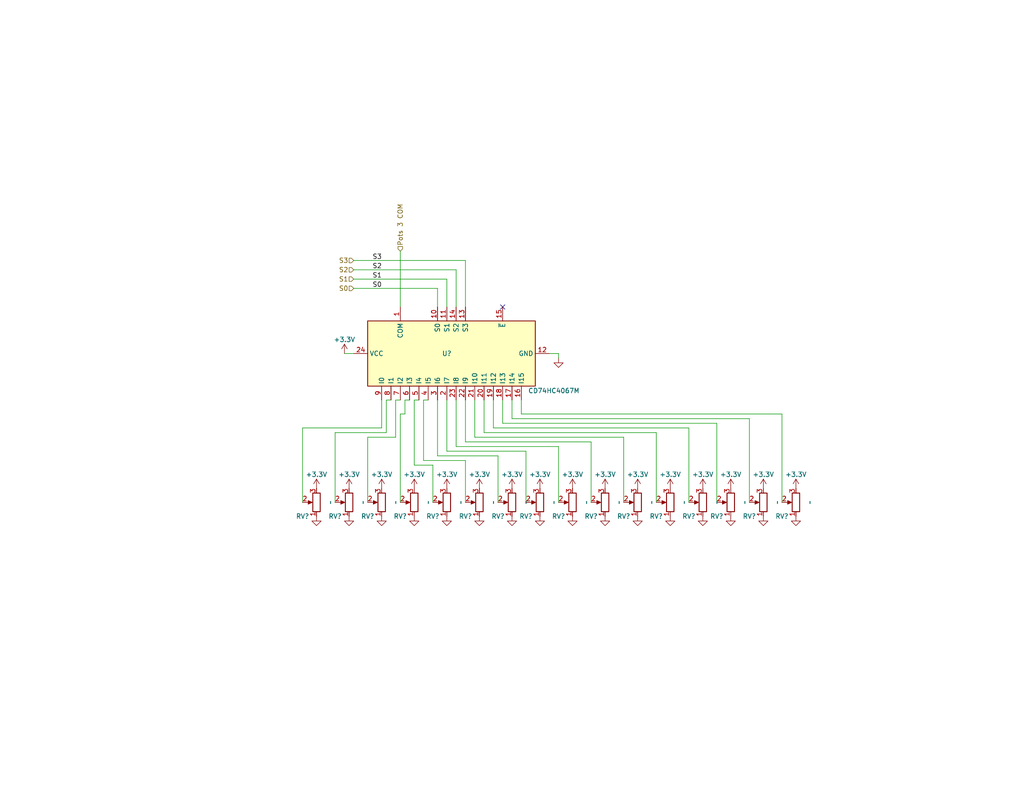
<source format=kicad_sch>
(kicad_sch (version 20230121) (generator eeschema)
  (paper "USLetter")
  (lib_symbols
    (symbol "74xx:CD74HC4067M"
      (property "Reference" "U" (at -8.89 22.86 0))
      (property "Value" "CD74HC4067M" (at 1.27 22.86 0))
      (symbol "CD74HC4067M_0_1"
        (rectangle (start -8.89 21.59) (end 8.89 -24.13) (stroke (width 0.254)) (fill (type background)))
      )
      (symbol "CD74HC4067M_1_1"
        (pin passive line (at -12.7 12.7 0) (length 3.81) (name "COM") (number "1"))
        (pin input line (at -12.7 2.54 0) (length 3.81) (name "S0") (number "10"))
        (pin input line (at -12.7 0 0) (length 3.81) (name "S1") (number "11"))
        (pin power_in line (at 0 -27.94 90) (length 3.81) (name "GND") (number "12"))
        (pin input line (at -12.7 -5.08 0) (length 3.81) (name "S3") (number "13"))
        (pin input line (at -12.7 -2.54 0) (length 3.81) (name "S2") (number "14"))
        (pin input line (at -12.7 -15.24 0) (length 3.81) (name "~{E}") (number "15"))
        (pin passive line (at 12.7 -20.32 180) (length 3.81) (name "I15") (number "16"))
        (pin passive line (at 12.7 -17.78 180) (length 3.81) (name "I14") (number "17"))
        (pin passive line (at 12.7 -15.24 180) (length 3.81) (name "I13") (number "18"))
        (pin passive line (at 12.7 -12.7 180) (length 3.81) (name "I12") (number "19"))
        (pin passive line (at 12.7 0 180) (length 3.81) (name "I7") (number "2"))
        (pin passive line (at 12.7 -10.16 180) (length 3.81) (name "I11") (number "20"))
        (pin passive line (at 12.7 -7.62 180) (length 3.81) (name "I10") (number "21"))
        (pin passive line (at 12.7 -5.08 180) (length 3.81) (name "I9") (number "22"))
        (pin passive line (at 12.7 -2.54 180) (length 3.81) (name "I8") (number "23"))
        (pin power_in line (at 0 25.4 270) (length 3.81) (name "VCC") (number "24"))
        (pin passive line (at 12.7 2.54 180) (length 3.81) (name "I6") (number "3"))
        (pin passive line (at 12.7 5.08 180) (length 3.81) (name "I5") (number "4"))
        (pin passive line (at 12.7 7.62 180) (length 3.81) (name "I4") (number "5"))
        (pin passive line (at 12.7 10.16 180) (length 3.81) (name "I3") (number "6"))
        (pin passive line (at 12.7 12.7 180) (length 3.81) (name "I2") (number "7"))
        (pin passive line (at 12.7 15.24 180) (length 3.81) (name "I1") (number "8"))
        (pin passive line (at 12.7 17.78 180) (length 3.81) (name "I0") (number "9"))
      )
    )
    (symbol "Device:R_Potentiometer" (pin_names (offset 1.016) hide)
      (property "Reference" "RV" (at -4.445 0 90))
      (property "Value" "R_Potentiometer" (at -2.54 0 90))
      (symbol "R_Potentiometer_0_1"
        (polyline (pts (xy 2.54 0) (xy 1.524 0)))
        (polyline (pts (xy 1.143 0) (xy 2.286 0.508) (xy 2.286 -0.508) (xy 1.143 0)) (fill (type outline)))
        (rectangle (start 1.016 2.54) (end -1.016 -2.54) (stroke (width 0.254)))
      )
      (symbol "R_Potentiometer_1_1"
        (pin passive line (at 0 3.81 270) (length 1.27) (name "1") (number "1"))
        (pin passive line (at 3.81 0 180) (length 1.27) (name "2") (number "2"))
        (pin passive line (at 0 -3.81 90) (length 1.27) (name "3") (number "3"))
      )
    )
    (symbol "power:+3.3V" (power) (pin_names (offset 0))
      (property "Value" "+3.3V" (at 0 3.556 0))
      (symbol "+3.3V_0_1"
        (polyline (pts (xy -0.762 1.27) (xy 0 2.54)))
        (polyline (pts (xy 0 0) (xy 0 2.54)))
        (polyline (pts (xy 0 2.54) (xy 0.762 1.27)))
      )
      (symbol "+3.3V_1_1"
        (pin power_in line (at 0 0 90) (length 0) hide (name "+3.3V") (number "1"))
      )
    )
    (symbol "power:GND" (power) (pin_names (offset 0))
      (property "Value" "GND" (at 0 -3.81 0))
      (symbol "GND_0_1"
        (polyline (pts (xy 0 0) (xy 0 -1.27) (xy 1.27 -1.27) (xy 0 -2.54) (xy -1.27 -1.27) (xy 0 -1.27)))
      )
      (symbol "GND_1_1"
        (pin power_in line (at 0 0 270) (length 0) hide (name "GND") (number "1"))
      )
    )
  )
  (no_connect (at 137.16 83.82))
  (wire (pts (xy 119.38 78.74) (xy 96.52 78.74)))
  (wire (pts (xy 82.55 116.84) (xy 82.55 137.16)))
  (wire (pts (xy 213.36 113.03) (xy 213.36 137.16)))
  (wire (pts (xy 118.11 137.16) (xy 118.11 127)))
  (wire (pts (xy 105.41 109.22) (xy 105.41 118.11)))
  (wire (pts (xy 161.29 120.65) (xy 127 120.65)))
  (wire (pts (xy 109.22 113.03) (xy 110.49 113.03)))
  (wire (pts (xy 179.07 118.11) (xy 132.08 118.11)))
  (wire (pts (xy 113.03 109.22) (xy 114.3 109.22)))
  (wire (pts (xy 104.14 116.84) (xy 82.55 116.84)))
  (wire (pts (xy 115.57 109.22) (xy 116.84 109.22)))
  (wire (pts (xy 91.44 118.11) (xy 91.44 137.16)))
  (wire (pts (xy 119.38 83.82) (xy 119.38 78.74)))
  (wire (pts (xy 127 137.16) (xy 127 125.73)))
  (wire (pts (xy 129.54 119.38) (xy 170.18 119.38)))
  (wire (pts (xy 152.4 121.92) (xy 152.4 137.16)))
  (wire (pts (xy 132.08 118.11) (xy 132.08 109.22)))
  (wire (pts (xy 115.57 125.73) (xy 115.57 109.22)))
  (wire (pts (xy 179.07 118.11) (xy 179.07 137.16)))
  (wire (pts (xy 187.96 116.84) (xy 187.96 137.16)))
  (wire (pts (xy 152.4 96.52) (xy 149.86 96.52)))
  (wire (pts (xy 121.92 76.2) (xy 121.92 83.82)))
  (wire (pts (xy 127 120.65) (xy 127 109.22)))
  (wire (pts (xy 137.16 115.57) (xy 137.16 109.22)))
  (wire (pts (xy 96.52 73.66) (xy 124.46 73.66)))
  (wire (pts (xy 93.98 96.52) (xy 96.52 96.52)))
  (wire (pts (xy 143.51 123.19) (xy 143.51 137.16)))
  (wire (pts (xy 135.89 124.46) (xy 135.89 137.16)))
  (wire (pts (xy 134.62 116.84) (xy 187.96 116.84)))
  (wire (pts (xy 107.95 109.22) (xy 107.95 119.38)))
  (wire (pts (xy 170.18 119.38) (xy 170.18 137.16)))
  (wire (pts (xy 142.24 113.03) (xy 142.24 109.22)))
  (wire (pts (xy 107.95 109.22) (xy 109.22 109.22)))
  (wire (pts (xy 124.46 109.22) (xy 124.46 121.92)))
  (wire (pts (xy 139.7 114.3) (xy 204.47 114.3)))
  (wire (pts (xy 110.49 113.03) (xy 110.49 109.22)))
  (wire (pts (xy 204.47 114.3) (xy 204.47 137.16)))
  (wire (pts (xy 105.41 118.11) (xy 91.44 118.11)))
  (wire (pts (xy 129.54 109.22) (xy 129.54 119.38)))
  (wire (pts (xy 109.22 137.16) (xy 109.22 113.03)))
  (wire (pts (xy 121.92 123.19) (xy 121.92 109.22)))
  (wire (pts (xy 110.49 109.22) (xy 111.76 109.22)))
  (wire (pts (xy 152.4 96.52) (xy 152.4 97.79)))
  (wire (pts (xy 161.29 120.65) (xy 161.29 137.16)))
  (wire (pts (xy 107.95 119.38) (xy 100.33 119.38)))
  (wire (pts (xy 213.36 113.03) (xy 142.24 113.03)))
  (wire (pts (xy 96.52 76.2) (xy 121.92 76.2)))
  (wire (pts (xy 143.51 123.19) (xy 121.92 123.19)))
  (wire (pts (xy 105.41 109.22) (xy 106.68 109.22)))
  (wire (pts (xy 139.7 109.22) (xy 139.7 114.3)))
  (wire (pts (xy 195.58 115.57) (xy 195.58 137.16)))
  (wire (pts (xy 104.14 116.84) (xy 104.14 109.22)))
  (wire (pts (xy 127 83.82) (xy 127 71.12)))
  (wire (pts (xy 124.46 121.92) (xy 152.4 121.92)))
  (wire (pts (xy 100.33 119.38) (xy 100.33 137.16)))
  (wire (pts (xy 127 125.73) (xy 115.57 125.73)))
  (wire (pts (xy 134.62 109.22) (xy 134.62 116.84)))
  (wire (pts (xy 124.46 73.66) (xy 124.46 83.82)))
  (wire (pts (xy 109.22 68.58) (xy 109.22 83.82)))
  (wire (pts (xy 118.11 127) (xy 113.03 127)))
  (wire (pts (xy 119.38 109.22) (xy 119.38 124.46)))
  (wire (pts (xy 113.03 127) (xy 113.03 109.22)))
  (wire (pts (xy 127 71.12) (xy 96.52 71.12)))
  (wire (pts (xy 119.38 124.46) (xy 135.89 124.46)))
  (wire (pts (xy 195.58 115.57) (xy 137.16 115.57)))
  (label "S0" (at 101.6 78.74 0))
  (label "S2" (at 101.6 73.66 0))
  (label "S1" (at 101.6 76.2 0))
  (label "S3" (at 101.6 71.12 0))
  (hierarchical_label "S3" (shape input) (at 96.52 71.12 180))
  (hierarchical_label "S2" (shape input) (at 96.52 73.66 180))
  (hierarchical_label "S1" (shape input) (at 96.52 76.2 180))
  (hierarchical_label "S0" (shape input) (at 96.52 78.74 180))
  (hierarchical_label "Pots 3 COM" (shape input) (at 109.22 68.58 90))
  (symbol (lib_id "power:+3.3V") (at 130.81 133.35 0) (unit 1)
    (property "Reference" "#PWR049" (effects hide))
    (property "Value" "+3.3V" (at 130.81 129.54 0))
    (instances (project "VMC1" (path "" (reference "#PWR049") (unit 1)) (path "" (reference "#PWR083") (unit 1))) (project "V" (path "" (reference "#PWR013") (unit 1))))
  )
  (symbol (lib_id "power:GND") (at 173.99 140.97 0) (unit 1)
    (property "Reference" "#PWR070" (effects hide))
    (property "Value" "GND" (effects hide))
    (instances (project "VMC1" (path "" (reference "#PWR070") (unit 1)) (path "" (reference "#PWR0104") (unit 1))) (project "V" (path "" (reference "#PWR026") (unit 1))))
  )
  (symbol (lib_id "Device:R_Potentiometer") (at 191.77 137.16 180) (unit 1)
    (property "Reference" "RV?" (at 187.96 140.97 0))
    (property "Value" "~" (at 195.58 137.16 90))
    (property "Footprint" "Potentiometer_THT:Potentiometer_Bourns_PTA3043_Single_Slide" (effects hide))
  )
  (symbol (lib_id "power:+3.3V") (at 165.1 133.35 0) (unit 1)
    (property "Reference" "#PWR053" (effects hide))
    (property "Value" "+3.3V" (at 165.1 129.54 0))
    (instances (project "VMC1" (path "" (reference "#PWR053") (unit 1)) (path "" (reference "#PWR087") (unit 1))) (project "V" (path "" (reference "#PWR023") (unit 1))))
  )
  (symbol (lib_id "Device:R_Potentiometer") (at 147.32 137.16 180) (unit 1)
    (property "Reference" "RV?" (at 143.51 140.97 0))
    (property "Value" "~" (at 151.13 137.16 90))
    (property "Footprint" "Potentiometer_THT:Potentiometer_Bourns_PTA3043_Single_Slide" (effects hide))
  )
  (symbol (lib_id "power:GND") (at 147.32 140.97 0) (unit 1)
    (property "Reference" "#PWR067" (effects hide))
    (property "Value" "GND" (effects hide))
    (instances (project "VMC1" (path "" (reference "#PWR067") (unit 1)) (path "" (reference "#PWR0101") (unit 1))) (project "V" (path "" (reference "#PWR020") (unit 1))))
  )
  (symbol (lib_id "power:GND") (at 130.81 140.97 0) (unit 1)
    (property "Reference" "#PWR065" (effects hide))
    (property "Value" "GND" (effects hide))
    (instances (project "VMC1" (path "" (reference "#PWR065") (unit 1)) (path "" (reference "#PWR099") (unit 1))) (project "V" (path "" (reference "#PWR016") (unit 1))))
  )
  (symbol (lib_id "power:+3.3V") (at 86.36 133.35 0) (unit 1)
    (property "Reference" "#PWR044" (effects hide))
    (property "Value" "+3.3V" (at 86.36 129.54 0))
    (instances (project "VMC1" (path "" (reference "#PWR044") (unit 1)) (path "" (reference "#PWR078") (unit 1))) (project "V" (path "" (reference "#PWR09") (unit 1))))
  )
  (symbol (lib_id "power:+3.3V") (at 199.39 133.35 0) (unit 1)
    (property "Reference" "#PWR057" (effects hide))
    (property "Value" "+3.3V" (at 199.39 129.54 0))
    (instances (project "VMC1" (path "" (reference "#PWR057") (unit 1)) (path "" (reference "#PWR091") (unit 1))) (project "V" (path "" (reference "#PWR031") (unit 1))))
  )
  (symbol (lib_id "Device:R_Potentiometer") (at 156.21 137.16 180) (unit 1)
    (property "Reference" "RV?" (at 152.4 140.97 0))
    (property "Value" "~" (at 160.02 137.16 90))
    (property "Footprint" "Potentiometer_THT:Potentiometer_Bourns_PTA3043_Single_Slide" (effects hide))
  )
  (symbol (lib_id "power:+3.3V") (at 104.14 133.35 0) (unit 1)
    (property "Reference" "#PWR046" (effects hide))
    (property "Value" "+3.3V" (at 104.14 129.54 0))
    (instances (project "VMC1" (path "" (reference "#PWR046") (unit 1)) (path "" (reference "#PWR080") (unit 1))) (project "V" (path "" (reference "#PWR03") (unit 1))))
  )
  (symbol (lib_id "power:GND") (at 156.21 140.97 0) (unit 1)
    (property "Reference" "#PWR068" (effects hide))
    (property "Value" "GND" (effects hide))
    (instances (project "VMC1" (path "" (reference "#PWR068") (unit 1)) (path "" (reference "#PWR0102") (unit 1))) (project "V" (path "" (reference "#PWR022") (unit 1))))
  )
  (symbol (lib_id "power:GND") (at 95.25 140.97 0) (unit 1)
    (property "Reference" "#PWR061" (effects hide))
    (property "Value" "GND" (effects hide))
    (instances (project "VMC1" (path "" (reference "#PWR061") (unit 1)) (path "" (reference "#PWR095") (unit 1))) (project "V" (path "" (reference "#PWR08") (unit 1))))
  )
  (symbol (lib_id "Device:R_Potentiometer") (at 139.7 137.16 180) (unit 1)
    (property "Reference" "RV?" (at 135.89 140.97 0))
    (property "Value" "~" (at 143.51 137.16 90))
    (property "Footprint" "Potentiometer_THT:Potentiometer_Bourns_PTA3043_Single_Slide" (effects hide))
  )
  (symbol (lib_id "power:+3.3V") (at 182.88 133.35 0) (unit 1)
    (property "Reference" "#PWR055" (effects hide))
    (property "Value" "+3.3V" (at 182.88 129.54 0))
    (instances (project "VMC1" (path "" (reference "#PWR055") (unit 1)) (path "" (reference "#PWR089") (unit 1))) (project "V" (path "" (reference "#PWR027") (unit 1))))
  )
  (symbol (lib_id "74xx:CD74HC4067M") (at 121.92 96.52 90) (mirror x) (unit 1)
    (property "Reference" "U?" (at 121.92 96.52 90))
    (property "Value" "CD74HC4067M" (at 151.13 106.68 90))
    (property "Footprint" "Package_SO:SOIC-24W_7.5x15.4mm_P1.27mm" (effects hide))
    (property "Datasheet" "http://www.ti.com/lit/ds/symlink/cd74hc4067.pdf" (effects hide))
  )
  (symbol (lib_id "power:GND") (at 182.88 140.97 0) (unit 1)
    (property "Reference" "#PWR071" (effects hide))
    (property "Value" "GND" (effects hide))
    (instances (project "VMC1" (path "" (reference "#PWR071") (unit 1)) (path "" (reference "#PWR0105") (unit 1))) (project "V" (path "" (reference "#PWR029") (unit 1))))
  )
  (symbol (lib_id "power:GND") (at 165.1 140.97 0) (unit 1)
    (property "Reference" "#PWR069" (effects hide))
    (property "Value" "GND" (effects hide))
    (instances (project "VMC1" (path "" (reference "#PWR069") (unit 1)) (path "" (reference "#PWR0103") (unit 1))) (project "V" (path "" (reference "#PWR024") (unit 1))))
  )
  (symbol (lib_id "power:GND") (at 121.92 140.97 0) (unit 1)
    (property "Reference" "#PWR064" (effects hide))
    (property "Value" "GND" (effects hide))
    (instances (project "VMC1" (path "" (reference "#PWR064") (unit 1)) (path "" (reference "#PWR098") (unit 1))) (project "V" (path "" (reference "#PWR015") (unit 1))))
  )
  (symbol (lib_id "Device:R_Potentiometer") (at 95.25 137.16 180) (unit 1)
    (property "Reference" "RV?" (at 91.44 140.97 0))
    (property "Value" "~" (at 99.06 137.16 90))
    (property "Footprint" "Potentiometer_THT:Potentiometer_Bourns_PTA3043_Single_Slide" (effects hide))
  )
  (symbol (lib_id "power:+3.3V") (at 208.28 133.35 0) (unit 1)
    (property "Reference" "#PWR058" (effects hide))
    (property "Value" "+3.3V" (at 208.28 129.54 0))
    (instances (project "VMC1" (path "" (reference "#PWR058") (unit 1)) (path "" (reference "#PWR092") (unit 1))) (project "V" (path "" (reference "#PWR032") (unit 1))))
  )
  (symbol (lib_id "power:+3.3V") (at 93.98 96.52 0) (unit 1)
    (property "Reference" "#PWR042" (effects hide))
    (property "Value" "+3.3V" (at 93.98 92.71 0))
    (instances (project "VMC1" (path "" (reference "#PWR042") (unit 1)) (path "" (reference "#PWR076") (unit 1))) (project "V" (path "" (reference "#PWR05") (unit 1))))
  )
  (symbol (lib_id "power:GND") (at 208.28 140.97 0) (unit 1)
    (property "Reference" "#PWR074" (effects hide))
    (property "Value" "GND" (effects hide))
    (instances (project "VMC1" (path "" (reference "#PWR074") (unit 1)) (path "" (reference "#PWR0108") (unit 1))) (project "V" (path "" (reference "#PWR035") (unit 1))))
  )
  (symbol (lib_id "Device:R_Potentiometer") (at 121.92 137.16 180) (unit 1)
    (property "Reference" "RV?" (at 118.11 140.97 0))
    (property "Value" "~" (at 125.73 137.16 90))
    (property "Footprint" "Potentiometer_THT:Potentiometer_Bourns_PTA3043_Single_Slide" (effects hide))
  )
  (symbol (lib_id "power:+3.3V") (at 139.7 133.35 0) (unit 1)
    (property "Reference" "#PWR050" (effects hide))
    (property "Value" "+3.3V" (at 139.7 129.54 0))
    (instances (project "VMC1" (path "" (reference "#PWR050") (unit 1)) (path "" (reference "#PWR084") (unit 1))) (project "V" (path "" (reference "#PWR017") (unit 1))))
  )
  (symbol (lib_id "power:+3.3V") (at 191.77 133.35 0) (unit 1)
    (property "Reference" "#PWR056" (effects hide))
    (property "Value" "+3.3V" (at 191.77 129.54 0))
    (instances (project "VMC1" (path "" (reference "#PWR056") (unit 1)) (path "" (reference "#PWR090") (unit 1))) (project "V" (path "" (reference "#PWR028") (unit 1))))
  )
  (symbol (lib_id "Device:R_Potentiometer") (at 165.1 137.16 180) (unit 1)
    (property "Reference" "RV?" (at 161.29 140.97 0))
    (property "Value" "~" (at 168.91 137.16 90))
    (property "Footprint" "Potentiometer_THT:Potentiometer_Bourns_PTA3043_Single_Slide" (effects hide))
  )
  (symbol (lib_id "Device:R_Potentiometer") (at 199.39 137.16 180) (unit 1)
    (property "Reference" "RV?" (at 195.58 140.97 0))
    (property "Value" "~" (at 203.2 137.16 90))
    (property "Footprint" "Potentiometer_THT:Potentiometer_Bourns_PTA3043_Single_Slide" (effects hide))
  )
  (symbol (lib_id "Device:R_Potentiometer") (at 208.28 137.16 180) (unit 1)
    (property "Reference" "RV?" (at 204.47 140.97 0))
    (property "Value" "~" (at 212.09 137.16 90))
    (property "Footprint" "Potentiometer_THT:Potentiometer_Bourns_PTA3043_Single_Slide" (effects hide))
  )
  (symbol (lib_id "power:+3.3V") (at 173.99 133.35 0) (unit 1)
    (property "Reference" "#PWR054" (effects hide))
    (property "Value" "+3.3V" (at 173.99 129.54 0))
    (instances (project "VMC1" (path "" (reference "#PWR054") (unit 1)) (path "" (reference "#PWR088") (unit 1))) (project "V" (path "" (reference "#PWR025") (unit 1))))
  )
  (symbol (lib_id "power:+3.3V") (at 121.92 133.35 0) (unit 1)
    (property "Reference" "#PWR048" (effects hide))
    (property "Value" "+3.3V" (at 121.92 129.54 0))
    (instances (project "VMC1" (path "" (reference "#PWR048") (unit 1)) (path "" (reference "#PWR082") (unit 1))) (project "V" (path "" (reference "#PWR012") (unit 1))))
  )
  (symbol (lib_id "power:+3.3V") (at 147.32 133.35 0) (unit 1)
    (property "Reference" "#PWR051" (effects hide))
    (property "Value" "+3.3V" (at 147.32 129.54 0))
    (instances (project "VMC1" (path "" (reference "#PWR051") (unit 1)) (path "" (reference "#PWR085") (unit 1))) (project "V" (path "" (reference "#PWR019") (unit 1))))
  )
  (symbol (lib_id "power:GND") (at 199.39 140.97 0) (unit 1)
    (property "Reference" "#PWR073" (effects hide))
    (property "Value" "GND" (effects hide))
    (instances (project "VMC1" (path "" (reference "#PWR073") (unit 1)) (path "" (reference "#PWR0107") (unit 1))) (project "V" (path "" (reference "#PWR034") (unit 1))))
  )
  (symbol (lib_id "Device:R_Potentiometer") (at 182.88 137.16 180) (unit 1)
    (property "Reference" "RV?" (at 179.07 140.97 0))
    (property "Value" "~" (at 186.69 137.16 90))
    (property "Footprint" "Potentiometer_THT:Potentiometer_Bourns_PTA3043_Single_Slide" (effects hide))
  )
  (symbol (lib_id "power:+3.3V") (at 217.17 133.35 0) (unit 1)
    (property "Reference" "#PWR059" (effects hide))
    (property "Value" "+3.3V" (at 217.17 129.54 0))
    (instances (project "VMC1" (path "" (reference "#PWR059") (unit 1)) (path "" (reference "#PWR093") (unit 1))) (project "V" (path "" (reference "#PWR033") (unit 1))))
  )
  (symbol (lib_id "power:GND") (at 139.7 140.97 0) (unit 1)
    (property "Reference" "#PWR066" (effects hide))
    (property "Value" "GND" (effects hide))
    (instances (project "VMC1" (path "" (reference "#PWR066") (unit 1)) (path "" (reference "#PWR0100") (unit 1))) (project "V" (path "" (reference "#PWR018") (unit 1))))
  )
  (symbol (lib_id "Device:R_Potentiometer") (at 173.99 137.16 180) (unit 1)
    (property "Reference" "RV?" (at 170.18 140.97 0))
    (property "Value" "~" (at 177.8 137.16 90))
    (property "Footprint" "Potentiometer_THT:Potentiometer_Bourns_PTA3043_Single_Slide" (effects hide))
  )
  (symbol (lib_id "power:GND") (at 104.14 140.97 0) (unit 1)
    (property "Reference" "#PWR062" (effects hide))
    (property "Value" "GND" (effects hide))
    (instances (project "VMC1" (path "" (reference "#PWR062") (unit 1)) (path "" (reference "#PWR096") (unit 1))) (project "V" (path "" (reference "#PWR04") (unit 1))))
  )
  (symbol (lib_id "power:GND") (at 191.77 140.97 0) (unit 1)
    (property "Reference" "#PWR072" (effects hide))
    (property "Value" "GND" (effects hide))
    (instances (project "VMC1" (path "" (reference "#PWR072") (unit 1)) (path "" (reference "#PWR0106") (unit 1))) (project "V" (path "" (reference "#PWR030") (unit 1))))
  )
  (symbol (lib_id "power:+3.3V") (at 156.21 133.35 0) (unit 1)
    (property "Reference" "#PWR052" (effects hide))
    (property "Value" "+3.3V" (at 156.21 129.54 0))
    (instances (project "VMC1" (path "" (reference "#PWR052") (unit 1)) (path "" (reference "#PWR086") (unit 1))) (project "V" (path "" (reference "#PWR021") (unit 1))))
  )
  (symbol (lib_id "Device:R_Potentiometer") (at 130.81 137.16 180) (unit 1)
    (property "Reference" "RV?" (at 127 140.97 0))
    (property "Value" "~" (at 134.62 137.16 90))
    (property "Footprint" "Potentiometer_THT:Potentiometer_Bourns_PTA3043_Single_Slide" (effects hide))
  )
  (symbol (lib_id "Device:R_Potentiometer") (at 217.17 137.16 180) (unit 1)
    (property "Reference" "RV?" (at 213.36 140.97 0))
    (property "Value" "~" (at 220.98 137.16 90))
    (property "Footprint" "Potentiometer_THT:Potentiometer_Bourns_PTA3043_Single_Slide" (effects hide))
  )
  (symbol (lib_id "power:GND") (at 113.03 140.97 0) (unit 1)
    (property "Reference" "#PWR063" (effects hide))
    (property "Value" "GND" (effects hide))
    (instances (project "VMC1" (path "" (reference "#PWR063") (unit 1)) (path "" (reference "#PWR097") (unit 1))) (project "V" (path "" (reference "#PWR014") (unit 1))))
  )
  (symbol (lib_id "Device:R_Potentiometer") (at 113.03 137.16 180) (unit 1)
    (property "Reference" "RV?" (at 109.22 140.97 0))
    (property "Value" "~" (at 116.84 137.16 90))
    (property "Footprint" "Potentiometer_THT:Potentiometer_Bourns_PTA3043_Single_Slide" (effects hide))
  )
  (symbol (lib_id "power:GND") (at 86.36 140.97 0) (unit 1)
    (property "Reference" "#PWR060" (effects hide))
    (property "Value" "GND" (effects hide))
    (instances (project "VMC1" (path "" (reference "#PWR060") (unit 1)) (path "" (reference "#PWR094") (unit 1))) (project "V" (path "" (reference "#PWR010") (unit 1))))
  )
  (symbol (lib_id "power:GND") (at 152.4 97.79 0) (unit 1)
    (property "Reference" "#PWR043" (effects hide))
    (property "Value" "GND" (effects hide))
    (instances (project "VMC1" (path "" (reference "#PWR043") (unit 1)) (path "" (reference "#PWR077") (unit 1))) (project "V" (path "" (reference "#PWR06") (unit 1))))
  )
  (symbol (lib_id "power:+3.3V") (at 113.03 133.35 0) (unit 1)
    (property "Reference" "#PWR047" (effects hide))
    (property "Value" "+3.3V" (at 113.03 129.54 0))
    (instances (project "VMC1" (path "" (reference "#PWR047") (unit 1)) (path "" (reference "#PWR081") (unit 1))) (project "V" (path "" (reference "#PWR011") (unit 1))))
  )
  (symbol (lib_id "Device:R_Potentiometer") (at 86.36 137.16 180) (unit 1)
    (property "Reference" "RV?" (at 82.55 140.97 0))
    (property "Value" "~" (at 90.17 137.16 90))
    (property "Footprint" "Potentiometer_THT:Potentiometer_Bourns_PTA3043_Single_Slide" (effects hide))
  )
  (symbol (lib_id "power:GND") (at 217.17 140.97 0) (unit 1)
    (property "Reference" "#PWR075" (effects hide))
    (property "Value" "GND" (effects hide))
    (instances (project "VMC1" (path "" (reference "#PWR075") (unit 1)) (path "" (reference "#PWR0109") (unit 1))) (project "V" (path "" (reference "#PWR036") (unit 1))))
  )
  (symbol (lib_id "Device:R_Potentiometer") (at 104.14 137.16 180) (unit 1)
    (property "Reference" "RV?" (at 100.33 140.97 0))
    (property "Value" "~" (at 107.95 137.16 90))
    (property "Footprint" "Potentiometer_THT:Potentiometer_Bourns_PTA3043_Single_Slide" (effects hide))
  )
  (symbol (lib_id "power:+3.3V") (at 95.25 133.35 0) (unit 1)
    (property "Reference" "#PWR045" (effects hide))
    (property "Value" "+3.3V" (at 95.25 129.54 0))
    (instances (project "VMC1" (path "" (reference "#PWR045") (unit 1)) (path "" (reference "#PWR079") (unit 1))) (project "V" (path "" (reference "#PWR07") (unit 1))))
  )
)
</source>
